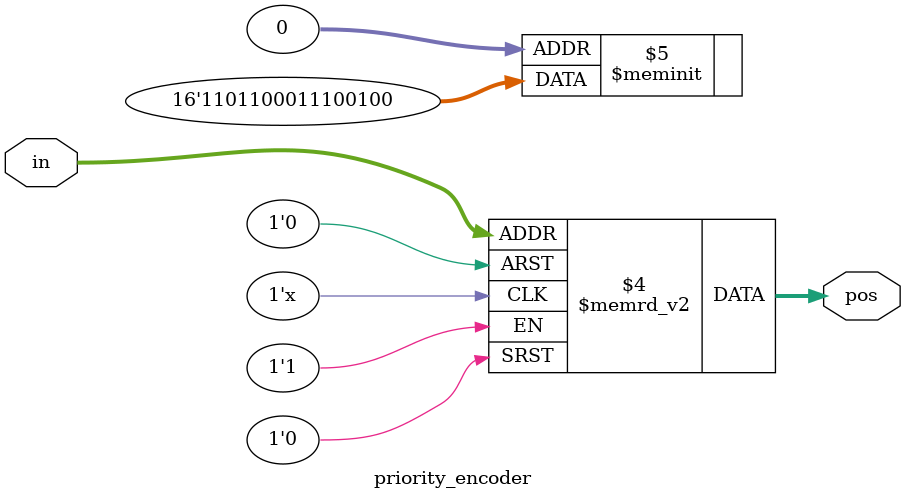
<source format=v>
module priority_encoder( 
input [2:0] in,
output reg [1:0] pos ); 
// When sel=1, assign b to out
always @(*) begin 
	case (in)
	3'b000: pos = 2'b00;
	3'b001: pos = 2'b01;
	3'b010: pos = 2'b10;
	3'b011: pos = 2'b11;
	3'b100: pos = 2'b00;
	3'b101: pos = 2'b10;
	3'b110: pos = 2'b01;
	3'b111: pos = 2'b11;
	endcase
end
endmodule

</source>
